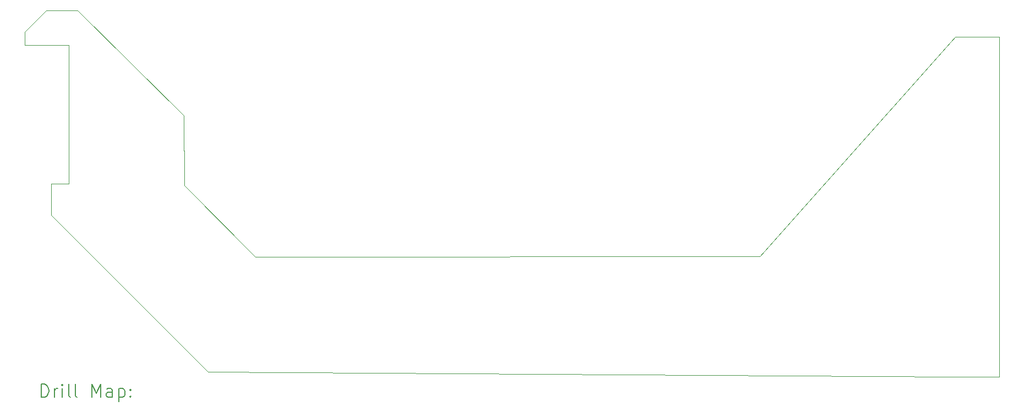
<source format=gbr>
%TF.GenerationSoftware,KiCad,Pcbnew,7.0.7*%
%TF.CreationDate,2023-08-18T22:09:48-04:00*%
%TF.ProjectId,OpenAndromeda,4f70656e-416e-4647-926f-6d6564612e6b,rev?*%
%TF.SameCoordinates,Original*%
%TF.FileFunction,Drillmap*%
%TF.FilePolarity,Positive*%
%FSLAX45Y45*%
G04 Gerber Fmt 4.5, Leading zero omitted, Abs format (unit mm)*
G04 Created by KiCad (PCBNEW 7.0.7) date 2023-08-18 22:09:48*
%MOMM*%
%LPD*%
G01*
G04 APERTURE LIST*
%ADD10C,0.100000*%
%ADD11C,0.200000*%
G04 APERTURE END LIST*
D10*
X7286000Y-9516000D02*
X7294000Y-10598000D01*
X5168000Y-7898000D02*
X5656000Y-7898000D01*
X19837400Y-8305800D02*
X19837400Y-13538200D01*
X7294000Y-10598000D02*
X8388000Y-11691000D01*
X5520000Y-10570000D02*
X5520000Y-8432800D01*
X5245000Y-11049000D02*
X5245000Y-10570000D01*
X4840000Y-8432800D02*
X4840000Y-8230000D01*
X19837400Y-13538200D02*
X19202400Y-13538200D01*
X5520000Y-8432800D02*
X4840000Y-8432800D01*
X7663000Y-13464000D02*
X5245000Y-11049000D01*
X5656000Y-7898000D02*
X7286000Y-9516000D01*
X8388000Y-11691000D02*
X16154400Y-11684000D01*
X16154400Y-11684000D02*
X19160000Y-8305800D01*
X4840000Y-8230000D02*
X5168000Y-7898000D01*
X5245000Y-10570000D02*
X5520000Y-10570000D01*
X19160000Y-8305800D02*
X19837400Y-8305800D01*
X19177000Y-13538200D02*
X7663000Y-13464000D01*
X19202400Y-13538200D02*
X19177000Y-13538200D01*
D11*
X5095777Y-13854684D02*
X5095777Y-13654684D01*
X5095777Y-13654684D02*
X5143396Y-13654684D01*
X5143396Y-13654684D02*
X5171967Y-13664208D01*
X5171967Y-13664208D02*
X5191015Y-13683255D01*
X5191015Y-13683255D02*
X5200539Y-13702303D01*
X5200539Y-13702303D02*
X5210063Y-13740398D01*
X5210063Y-13740398D02*
X5210063Y-13768969D01*
X5210063Y-13768969D02*
X5200539Y-13807065D01*
X5200539Y-13807065D02*
X5191015Y-13826112D01*
X5191015Y-13826112D02*
X5171967Y-13845160D01*
X5171967Y-13845160D02*
X5143396Y-13854684D01*
X5143396Y-13854684D02*
X5095777Y-13854684D01*
X5295777Y-13854684D02*
X5295777Y-13721350D01*
X5295777Y-13759446D02*
X5305301Y-13740398D01*
X5305301Y-13740398D02*
X5314824Y-13730874D01*
X5314824Y-13730874D02*
X5333872Y-13721350D01*
X5333872Y-13721350D02*
X5352920Y-13721350D01*
X5419586Y-13854684D02*
X5419586Y-13721350D01*
X5419586Y-13654684D02*
X5410063Y-13664208D01*
X5410063Y-13664208D02*
X5419586Y-13673731D01*
X5419586Y-13673731D02*
X5429110Y-13664208D01*
X5429110Y-13664208D02*
X5419586Y-13654684D01*
X5419586Y-13654684D02*
X5419586Y-13673731D01*
X5543396Y-13854684D02*
X5524348Y-13845160D01*
X5524348Y-13845160D02*
X5514824Y-13826112D01*
X5514824Y-13826112D02*
X5514824Y-13654684D01*
X5648158Y-13854684D02*
X5629110Y-13845160D01*
X5629110Y-13845160D02*
X5619586Y-13826112D01*
X5619586Y-13826112D02*
X5619586Y-13654684D01*
X5876729Y-13854684D02*
X5876729Y-13654684D01*
X5876729Y-13654684D02*
X5943396Y-13797541D01*
X5943396Y-13797541D02*
X6010062Y-13654684D01*
X6010062Y-13654684D02*
X6010062Y-13854684D01*
X6191015Y-13854684D02*
X6191015Y-13749922D01*
X6191015Y-13749922D02*
X6181491Y-13730874D01*
X6181491Y-13730874D02*
X6162443Y-13721350D01*
X6162443Y-13721350D02*
X6124348Y-13721350D01*
X6124348Y-13721350D02*
X6105301Y-13730874D01*
X6191015Y-13845160D02*
X6171967Y-13854684D01*
X6171967Y-13854684D02*
X6124348Y-13854684D01*
X6124348Y-13854684D02*
X6105301Y-13845160D01*
X6105301Y-13845160D02*
X6095777Y-13826112D01*
X6095777Y-13826112D02*
X6095777Y-13807065D01*
X6095777Y-13807065D02*
X6105301Y-13788017D01*
X6105301Y-13788017D02*
X6124348Y-13778493D01*
X6124348Y-13778493D02*
X6171967Y-13778493D01*
X6171967Y-13778493D02*
X6191015Y-13768969D01*
X6286253Y-13721350D02*
X6286253Y-13921350D01*
X6286253Y-13730874D02*
X6305301Y-13721350D01*
X6305301Y-13721350D02*
X6343396Y-13721350D01*
X6343396Y-13721350D02*
X6362443Y-13730874D01*
X6362443Y-13730874D02*
X6371967Y-13740398D01*
X6371967Y-13740398D02*
X6381491Y-13759446D01*
X6381491Y-13759446D02*
X6381491Y-13816588D01*
X6381491Y-13816588D02*
X6371967Y-13835636D01*
X6371967Y-13835636D02*
X6362443Y-13845160D01*
X6362443Y-13845160D02*
X6343396Y-13854684D01*
X6343396Y-13854684D02*
X6305301Y-13854684D01*
X6305301Y-13854684D02*
X6286253Y-13845160D01*
X6467205Y-13835636D02*
X6476729Y-13845160D01*
X6476729Y-13845160D02*
X6467205Y-13854684D01*
X6467205Y-13854684D02*
X6457682Y-13845160D01*
X6457682Y-13845160D02*
X6467205Y-13835636D01*
X6467205Y-13835636D02*
X6467205Y-13854684D01*
X6467205Y-13730874D02*
X6476729Y-13740398D01*
X6476729Y-13740398D02*
X6467205Y-13749922D01*
X6467205Y-13749922D02*
X6457682Y-13740398D01*
X6457682Y-13740398D02*
X6467205Y-13730874D01*
X6467205Y-13730874D02*
X6467205Y-13749922D01*
M02*

</source>
